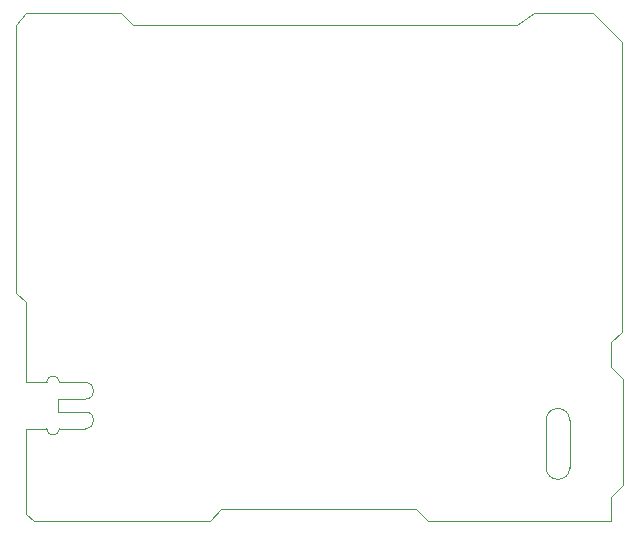
<source format=gbr>
%TF.GenerationSoftware,KiCad,Pcbnew,7.0.10*%
%TF.CreationDate,2024-01-26T14:27:53+11:00*%
%TF.ProjectId,cptibp8-pcb,63707469-6270-4382-9d70-63622e6b6963,rev?*%
%TF.SameCoordinates,Original*%
%TF.FileFunction,Profile,NP*%
%FSLAX46Y46*%
G04 Gerber Fmt 4.6, Leading zero omitted, Abs format (unit mm)*
G04 Created by KiCad (PCBNEW 7.0.10) date 2024-01-26 14:27:53*
%MOMM*%
%LPD*%
G01*
G04 APERTURE LIST*
%TA.AperFunction,Profile*%
%ADD10C,0.100000*%
%TD*%
G04 APERTURE END LIST*
D10*
X47000000Y-35000000D02*
G75*
G03*
X45000000Y-35000000I-1000000J0D01*
G01*
X51500000Y-31500000D02*
X51500000Y-40500000D01*
X1000000Y-500000D02*
X100000Y-1500000D01*
X17500000Y-42500000D02*
X33000000Y-42500000D01*
X1000000Y-31800000D02*
X1000000Y-25000000D01*
X1000000Y-500000D02*
X9000000Y-500000D01*
X51400000Y-3000000D02*
X49000000Y-500000D01*
X1000000Y-42900000D02*
X1000000Y-35700000D01*
X16500000Y-43500000D02*
X1600000Y-43500000D01*
X6000000Y-35700000D02*
G75*
G03*
X6000000Y-34300000I0J700000D01*
G01*
X6000000Y-34300000D02*
X3700000Y-34300000D01*
X1000000Y-25000000D02*
X100000Y-24200000D01*
X3800000Y-31800000D02*
G75*
G03*
X2700000Y-31800000I-550000J0D01*
G01*
X50500000Y-28400000D02*
X50500000Y-30500000D01*
X35000000Y-43500000D02*
X50500000Y-43500000D01*
X2700000Y-31800000D02*
X1000000Y-31800000D01*
X3700000Y-34300000D02*
X3700000Y-33200000D01*
X51400000Y-3000000D02*
X51400000Y-27500000D01*
X33000000Y-42500000D02*
X34000000Y-42500000D01*
X47000000Y-39000000D02*
X47000000Y-35000000D01*
X6000000Y-31800000D02*
X3800000Y-31800000D01*
X45000000Y-39000000D02*
X45000000Y-35000000D01*
X2700000Y-35700000D02*
G75*
G03*
X3800000Y-35700000I550000J0D01*
G01*
X50500000Y-43500000D02*
X50500000Y-41500000D01*
X1000000Y-42900000D02*
X1600000Y-43500000D01*
X42500000Y-1500000D02*
X44000000Y-500000D01*
X3700000Y-33200000D02*
X6000000Y-33200000D01*
X34000000Y-42500000D02*
X35000000Y-43500000D01*
X50500000Y-41500000D02*
X51500000Y-40500000D01*
X44000000Y-500000D02*
X49000000Y-500000D01*
X9000000Y-500000D02*
X10000000Y-1500000D01*
X16500000Y-43500000D02*
X17500000Y-42500000D01*
X50500000Y-30500000D02*
X51500000Y-31500000D01*
X51400000Y-27500000D02*
X50500000Y-28400000D01*
X6000000Y-33200000D02*
G75*
G03*
X6000000Y-31800000I0J700000D01*
G01*
X10000000Y-1500000D02*
X42500000Y-1500000D01*
X100000Y-1500000D02*
X100000Y-24200000D01*
X2700000Y-35700000D02*
X1000000Y-35700000D01*
X3800000Y-35700000D02*
X6000000Y-35700000D01*
X45000000Y-39000000D02*
G75*
G03*
X47000000Y-39000000I1000000J0D01*
G01*
M02*

</source>
